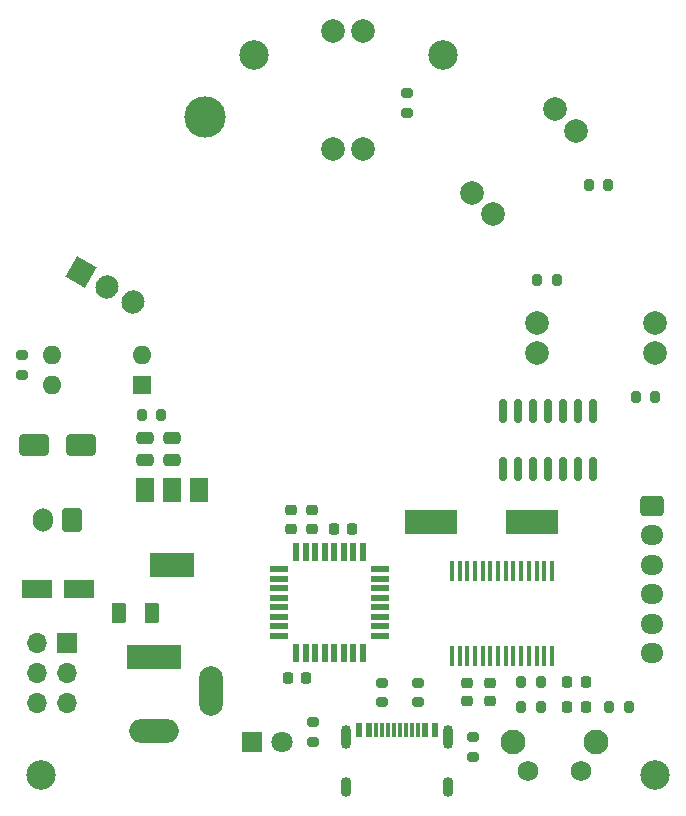
<source format=gts>
G04 #@! TF.GenerationSoftware,KiCad,Pcbnew,7.0.8*
G04 #@! TF.CreationDate,2024-02-21T14:15:02-03:00*
G04 #@! TF.ProjectId,Lidar PCB,4c696461-7220-4504-9342-2e6b69636164,1.0*
G04 #@! TF.SameCoordinates,Original*
G04 #@! TF.FileFunction,Soldermask,Top*
G04 #@! TF.FilePolarity,Negative*
%FSLAX46Y46*%
G04 Gerber Fmt 4.6, Leading zero omitted, Abs format (unit mm)*
G04 Created by KiCad (PCBNEW 7.0.8) date 2024-02-21 14:15:02*
%MOMM*%
%LPD*%
G01*
G04 APERTURE LIST*
G04 Aperture macros list*
%AMRoundRect*
0 Rectangle with rounded corners*
0 $1 Rounding radius*
0 $2 $3 $4 $5 $6 $7 $8 $9 X,Y pos of 4 corners*
0 Add a 4 corners polygon primitive as box body*
4,1,4,$2,$3,$4,$5,$6,$7,$8,$9,$2,$3,0*
0 Add four circle primitives for the rounded corners*
1,1,$1+$1,$2,$3*
1,1,$1+$1,$4,$5*
1,1,$1+$1,$6,$7*
1,1,$1+$1,$8,$9*
0 Add four rect primitives between the rounded corners*
20,1,$1+$1,$2,$3,$4,$5,0*
20,1,$1+$1,$4,$5,$6,$7,0*
20,1,$1+$1,$6,$7,$8,$9,0*
20,1,$1+$1,$8,$9,$2,$3,0*%
%AMHorizOval*
0 Thick line with rounded ends*
0 $1 width*
0 $2 $3 position (X,Y) of the first rounded end (center of the circle)*
0 $4 $5 position (X,Y) of the second rounded end (center of the circle)*
0 Add line between two ends*
20,1,$1,$2,$3,$4,$5,0*
0 Add two circle primitives to create the rounded ends*
1,1,$1,$2,$3*
1,1,$1,$4,$5*%
%AMRotRect*
0 Rectangle, with rotation*
0 The origin of the aperture is its center*
0 $1 length*
0 $2 width*
0 $3 Rotation angle, in degrees counterclockwise*
0 Add horizontal line*
21,1,$1,$2,0,0,$3*%
G04 Aperture macros list end*
%ADD10RoundRect,0.200000X-0.200000X-0.275000X0.200000X-0.275000X0.200000X0.275000X-0.200000X0.275000X0*%
%ADD11C,2.000000*%
%ADD12RoundRect,0.218750X-0.218750X-0.256250X0.218750X-0.256250X0.218750X0.256250X-0.218750X0.256250X0*%
%ADD13RoundRect,0.250000X0.475000X-0.250000X0.475000X0.250000X-0.475000X0.250000X-0.475000X-0.250000X0*%
%ADD14RoundRect,0.200000X-0.275000X0.200000X-0.275000X-0.200000X0.275000X-0.200000X0.275000X0.200000X0*%
%ADD15R,4.500000X2.000000*%
%ADD16RoundRect,0.250000X1.050000X0.550000X-1.050000X0.550000X-1.050000X-0.550000X1.050000X-0.550000X0*%
%ADD17R,0.550000X1.600000*%
%ADD18R,1.600000X0.550000*%
%ADD19R,1.700000X1.700000*%
%ADD20O,1.700000X1.700000*%
%ADD21C,2.500000*%
%ADD22RoundRect,0.200000X0.275000X-0.200000X0.275000X0.200000X-0.275000X0.200000X-0.275000X-0.200000X0*%
%ADD23C,2.100000*%
%ADD24C,1.750000*%
%ADD25RoundRect,0.250000X-0.725000X0.600000X-0.725000X-0.600000X0.725000X-0.600000X0.725000X0.600000X0*%
%ADD26O,1.950000X1.700000*%
%ADD27RoundRect,0.225000X-0.225000X-0.250000X0.225000X-0.250000X0.225000X0.250000X-0.225000X0.250000X0*%
%ADD28RoundRect,0.150000X-0.150000X0.825000X-0.150000X-0.825000X0.150000X-0.825000X0.150000X0.825000X0*%
%ADD29RoundRect,0.250000X-0.375000X-0.625000X0.375000X-0.625000X0.375000X0.625000X-0.375000X0.625000X0*%
%ADD30R,4.600000X2.000000*%
%ADD31O,4.200000X2.000000*%
%ADD32O,2.000000X4.200000*%
%ADD33RoundRect,0.250000X1.000000X0.650000X-1.000000X0.650000X-1.000000X-0.650000X1.000000X-0.650000X0*%
%ADD34R,1.800000X1.800000*%
%ADD35C,1.800000*%
%ADD36RoundRect,0.200000X0.200000X0.275000X-0.200000X0.275000X-0.200000X-0.275000X0.200000X-0.275000X0*%
%ADD37RoundRect,0.225000X0.250000X-0.225000X0.250000X0.225000X-0.250000X0.225000X-0.250000X-0.225000X0*%
%ADD38R,1.600000X1.600000*%
%ADD39O,1.600000X1.600000*%
%ADD40RoundRect,0.250000X0.600000X0.750000X-0.600000X0.750000X-0.600000X-0.750000X0.600000X-0.750000X0*%
%ADD41O,1.700000X2.000000*%
%ADD42HorizOval,3.500000X0.000000X0.000000X0.000000X0.000000X0*%
%ADD43RotRect,1.905000X2.000000X330.000000*%
%ADD44HorizOval,1.905000X-0.023750X-0.041136X0.023750X0.041136X0*%
%ADD45R,0.450000X1.750000*%
%ADD46RoundRect,0.225000X0.225000X0.250000X-0.225000X0.250000X-0.225000X-0.250000X0.225000X-0.250000X0*%
%ADD47R,0.600000X1.160000*%
%ADD48R,0.300000X1.160000*%
%ADD49O,0.900000X2.000000*%
%ADD50O,0.900000X1.700000*%
%ADD51R,1.500000X2.000000*%
%ADD52R,3.800000X2.000000*%
G04 APERTURE END LIST*
D10*
X169101000Y-121203000D03*
X170751000Y-121203000D03*
D11*
X163000000Y-88730000D03*
X163000000Y-91270000D03*
X173000000Y-88730000D03*
X173000000Y-91270000D03*
D12*
X165519500Y-119126000D03*
X167094500Y-119126000D03*
D13*
X132080000Y-100350000D03*
X132080000Y-98450000D03*
D14*
X144018000Y-122525000D03*
X144018000Y-124175000D03*
D15*
X162551000Y-105537000D03*
X154051000Y-105537000D03*
D16*
X124228000Y-111252000D03*
X120628000Y-111252000D03*
D17*
X148215000Y-108145000D03*
X147415000Y-108145000D03*
X146615000Y-108145000D03*
X145815000Y-108145000D03*
X145015000Y-108145000D03*
X144215000Y-108145000D03*
X143415000Y-108145000D03*
X142615000Y-108145000D03*
D18*
X141165000Y-109595000D03*
X141165000Y-110395000D03*
X141165000Y-111195000D03*
X141165000Y-111995000D03*
X141165000Y-112795000D03*
X141165000Y-113595000D03*
X141165000Y-114395000D03*
X141165000Y-115195000D03*
D17*
X142615000Y-116645000D03*
X143415000Y-116645000D03*
X144215000Y-116645000D03*
X145015000Y-116645000D03*
X145815000Y-116645000D03*
X146615000Y-116645000D03*
X147415000Y-116645000D03*
X148215000Y-116645000D03*
D18*
X149665000Y-115195000D03*
X149665000Y-114395000D03*
X149665000Y-113595000D03*
X149665000Y-112795000D03*
X149665000Y-111995000D03*
X149665000Y-111195000D03*
X149665000Y-110395000D03*
X149665000Y-109595000D03*
D19*
X123210000Y-115824000D03*
D20*
X120670000Y-115824000D03*
X123210000Y-118364000D03*
X120670000Y-118364000D03*
X123210000Y-120904000D03*
X120670000Y-120904000D03*
D21*
X155000000Y-66000000D03*
D22*
X152880000Y-120840000D03*
X152880000Y-119190000D03*
D23*
X167986800Y-124162500D03*
X160976800Y-124162500D03*
D24*
X166736800Y-126652500D03*
X162236800Y-126652500D03*
D25*
X172720000Y-104180000D03*
D26*
X172720000Y-106680000D03*
X172720000Y-109180000D03*
X172720000Y-111680000D03*
X172720000Y-114180000D03*
X172720000Y-116680000D03*
D27*
X141865000Y-118745000D03*
X143415000Y-118745000D03*
D10*
X161672000Y-121203000D03*
X163322000Y-121203000D03*
D22*
X152000000Y-70929000D03*
X152000000Y-69279000D03*
D28*
X167767000Y-96142000D03*
X166497000Y-96142000D03*
X165227000Y-96142000D03*
X163957000Y-96142000D03*
X162687000Y-96142000D03*
X161417000Y-96142000D03*
X160147000Y-96142000D03*
X160147000Y-101092000D03*
X161417000Y-101092000D03*
X162687000Y-101092000D03*
X163957000Y-101092000D03*
X165227000Y-101092000D03*
X166497000Y-101092000D03*
X167767000Y-101092000D03*
D29*
X127632000Y-113284000D03*
X130432000Y-113284000D03*
D30*
X130568000Y-116990000D03*
D31*
X130568000Y-123290000D03*
D32*
X135368000Y-119890000D03*
D33*
X124385500Y-99060000D03*
X120385500Y-99060000D03*
D21*
X121000000Y-127000000D03*
D34*
X138870000Y-124175000D03*
D35*
X141410000Y-124175000D03*
D21*
X139000000Y-66000000D03*
D36*
X131180000Y-96520000D03*
X129530000Y-96520000D03*
D13*
X129780000Y-100350000D03*
X129780000Y-98450000D03*
D37*
X142135000Y-106132000D03*
X142135000Y-104582000D03*
D10*
X161672000Y-119126000D03*
X163322000Y-119126000D03*
D11*
X145730000Y-74000000D03*
X148270000Y-74000000D03*
X145730000Y-64000000D03*
X148270000Y-64000000D03*
D10*
X163000000Y-85090000D03*
X164650000Y-85090000D03*
D38*
X129530000Y-93985000D03*
D39*
X129530000Y-91445000D03*
X121910000Y-91445000D03*
X121910000Y-93985000D03*
D40*
X123658000Y-105410000D03*
D41*
X121158000Y-105410000D03*
D14*
X119380000Y-91445000D03*
X119380000Y-93095000D03*
D10*
X167350000Y-77000000D03*
X169000000Y-77000000D03*
D12*
X165519500Y-121203000D03*
X167094500Y-121203000D03*
D37*
X159045000Y-120726000D03*
X159045000Y-119176000D03*
D22*
X149880000Y-120840000D03*
X149880000Y-119190000D03*
D11*
X157453948Y-77703948D03*
X159250000Y-79500000D03*
X164525016Y-70632880D03*
X166321068Y-72428932D03*
D22*
X157564800Y-125450000D03*
X157564800Y-123800000D03*
D21*
X173000000Y-127000000D03*
D10*
X171350000Y-95000000D03*
X173000000Y-95000000D03*
D42*
X134906001Y-71289432D03*
D43*
X124376296Y-84447415D03*
D44*
X126576001Y-85717415D03*
X128775705Y-86987415D03*
D45*
X164245000Y-109684000D03*
X163595000Y-109684000D03*
X162945000Y-109684000D03*
X162295000Y-109684000D03*
X161645000Y-109684000D03*
X160995000Y-109684000D03*
X160345000Y-109684000D03*
X159695000Y-109684000D03*
X159045000Y-109684000D03*
X158395000Y-109684000D03*
X157745000Y-109684000D03*
X157095000Y-109684000D03*
X156445000Y-109684000D03*
X155795000Y-109684000D03*
X155795000Y-116884000D03*
X156445000Y-116884000D03*
X157095000Y-116884000D03*
X157745000Y-116884000D03*
X158395000Y-116884000D03*
X159045000Y-116884000D03*
X159695000Y-116884000D03*
X160345000Y-116884000D03*
X160995000Y-116884000D03*
X161645000Y-116884000D03*
X162295000Y-116884000D03*
X162945000Y-116884000D03*
X163595000Y-116884000D03*
X164245000Y-116884000D03*
D37*
X157095000Y-120726000D03*
X157095000Y-119176000D03*
X143895000Y-106132000D03*
X143895000Y-104582000D03*
D46*
X147365000Y-106132000D03*
X145815000Y-106132000D03*
D47*
X147930000Y-123220000D03*
X148730000Y-123220000D03*
D48*
X149880000Y-123220000D03*
X150880000Y-123220000D03*
X151380000Y-123220000D03*
X152380000Y-123220000D03*
D47*
X153530000Y-123220000D03*
X154330000Y-123220000D03*
X154330000Y-123220000D03*
X153530000Y-123220000D03*
D48*
X152880000Y-123220000D03*
X151880000Y-123220000D03*
X150380000Y-123220000D03*
X149380000Y-123220000D03*
D47*
X148730000Y-123220000D03*
X147930000Y-123220000D03*
D49*
X146810000Y-123800000D03*
D50*
X146810000Y-127970000D03*
D49*
X155450000Y-123800000D03*
D50*
X155450000Y-127970000D03*
D51*
X134380000Y-102895000D03*
X132080000Y-102895000D03*
D52*
X132080000Y-109195000D03*
D51*
X129780000Y-102895000D03*
M02*

</source>
